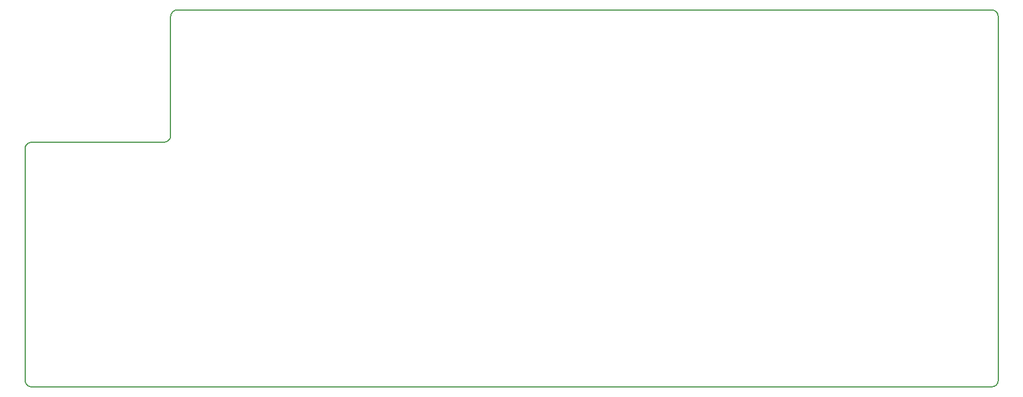
<source format=gbr>
%TF.GenerationSoftware,KiCad,Pcbnew,(6.0.11)*%
%TF.CreationDate,2023-09-13T08:26:01+09:00*%
%TF.ProjectId,MD,4d442e6b-6963-4616-945f-706362585858,rev?*%
%TF.SameCoordinates,Original*%
%TF.FileFunction,Profile,NP*%
%FSLAX46Y46*%
G04 Gerber Fmt 4.6, Leading zero omitted, Abs format (unit mm)*
G04 Created by KiCad (PCBNEW (6.0.11)) date 2023-09-13 08:26:01*
%MOMM*%
%LPD*%
G01*
G04 APERTURE LIST*
%TA.AperFunction,Profile*%
%ADD10C,0.200000*%
%TD*%
G04 APERTURE END LIST*
D10*
X102019999Y-96460000D02*
G75*
G03*
X103020000Y-95460001I1J1000000D01*
G01*
X82020000Y-96460000D02*
G75*
G03*
X81019999Y-97460001I2J-1000003D01*
G01*
X82020000Y-133460000D02*
X227019999Y-133460000D01*
X81020000Y-132460000D02*
G75*
G03*
X82020000Y-133460000I1000000J0D01*
G01*
X104019999Y-76459999D02*
G75*
G03*
X103019999Y-77460000I1J-1000001D01*
G01*
X227020000Y-76460000D02*
X104019999Y-76460000D01*
X81019999Y-97460001D02*
X81019999Y-132460000D01*
X102019999Y-96460001D02*
X82020000Y-96460000D01*
X228020000Y-77460000D02*
G75*
G03*
X227020000Y-76460000I-1000000J0D01*
G01*
X228020000Y-132460000D02*
X228020000Y-77460000D01*
X227019999Y-133460000D02*
G75*
G03*
X228020000Y-132460000I1J1000000D01*
G01*
X103019999Y-77460000D02*
X103020000Y-95460001D01*
M02*

</source>
